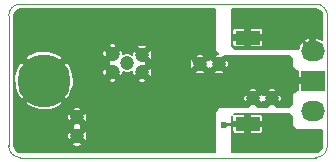
<source format=gbl>
G04 #@! TF.FileFunction,Copper,L2,Bot,Signal*
%FSLAX46Y46*%
G04 Gerber Fmt 4.6, Leading zero omitted, Abs format (unit mm)*
G04 Created by KiCad (PCBNEW (2015-07-01 BZR 5850)-product) date Thu Aug 27 19:34:36 2015*
%MOMM*%
G01*
G04 APERTURE LIST*
%ADD10C,0.050000*%
%ADD11C,0.100000*%
%ADD12C,1.200000*%
%ADD13O,2.032000X1.727200*%
%ADD14R,2.032000X1.727200*%
%ADD15R,2.150000X1.150000*%
%ADD16C,4.500000*%
%ADD17C,0.600000*%
%ADD18C,0.250000*%
%ADD19C,0.200000*%
G04 APERTURE END LIST*
D10*
D11*
X28000000Y-37000000D02*
X28000000Y-26000000D01*
X54000000Y-38000000D02*
X29000000Y-38000000D01*
X55000000Y-26000000D02*
X55000000Y-37000000D01*
X29000000Y-25000000D02*
X54000000Y-25000000D01*
X55000000Y-26000000D02*
G75*
G03X54000000Y-25000000I-1000000J0D01*
G01*
X54000000Y-38000000D02*
G75*
G03X55000000Y-37000000I0J1000000D01*
G01*
X28000000Y-37000000D02*
G75*
G03X29000000Y-38000000I1000000J0D01*
G01*
X29000000Y-25000000D02*
G75*
G03X28000000Y-26000000I0J-1000000D01*
G01*
D12*
X33800000Y-34600000D03*
X50300000Y-33000000D03*
X48700000Y-33000000D03*
X36800000Y-29200000D03*
X39300000Y-30800000D03*
X33800000Y-36200000D03*
X39300000Y-29300000D03*
X36800000Y-30800000D03*
X45800000Y-30100000D03*
X44200000Y-30100000D03*
D13*
X53750000Y-34040000D03*
D14*
X53750000Y-31500000D03*
D13*
X53750000Y-28960000D03*
D15*
X48250000Y-35150000D03*
X48250000Y-27850000D03*
D12*
X38000000Y-30000000D03*
D16*
X31000000Y-31500000D03*
D17*
X46250000Y-35250000D03*
D18*
X48250000Y-27850000D02*
X52640000Y-27850000D01*
X52640000Y-27850000D02*
X53750000Y-28960000D01*
X46350000Y-35150000D02*
X48250000Y-35150000D01*
X46250000Y-35250000D02*
X46350000Y-35150000D01*
D19*
G36*
X45500000Y-29000000D02*
X45507612Y-29038269D01*
X45529289Y-29070711D01*
X45710035Y-29251457D01*
X45470548Y-29298410D01*
X45466148Y-29300233D01*
X45390667Y-29407824D01*
X45800000Y-29817157D01*
X46209333Y-29407824D01*
X46203844Y-29400000D01*
X51758578Y-29400000D01*
X52000000Y-29641422D01*
X52000000Y-30300000D01*
X52007612Y-30338269D01*
X52029289Y-30370711D01*
X52329289Y-30670711D01*
X52361731Y-30692388D01*
X52361732Y-30692388D01*
X52400000Y-30700000D01*
X52484000Y-30700000D01*
X52484000Y-31237500D01*
X52546500Y-31300000D01*
X53550000Y-31300000D01*
X53550000Y-31280000D01*
X53950000Y-31280000D01*
X53950000Y-31300000D01*
X53970000Y-31300000D01*
X53970000Y-31700000D01*
X53950000Y-31700000D01*
X53950000Y-31720000D01*
X53550000Y-31720000D01*
X53550000Y-31700000D01*
X52546500Y-31700000D01*
X52484000Y-31762500D01*
X52484000Y-32300000D01*
X52400000Y-32300000D01*
X52361731Y-32307612D01*
X52329289Y-32329289D01*
X52029289Y-32629289D01*
X52007612Y-32661731D01*
X52000000Y-32700000D01*
X52000000Y-33458578D01*
X51758578Y-33700000D01*
X50703844Y-33700000D01*
X50709333Y-33692176D01*
X50426490Y-33409333D01*
X50992176Y-33409333D01*
X51099767Y-33333852D01*
X51166648Y-33002382D01*
X51101590Y-32670548D01*
X51099767Y-32666148D01*
X50992176Y-32590667D01*
X50582843Y-33000000D01*
X50017157Y-33000000D01*
X50017157Y-33000000D01*
X49607824Y-32590667D01*
X49500233Y-32666148D01*
X49500080Y-32666904D01*
X49499767Y-32666148D01*
X49392176Y-32590667D01*
X48982843Y-33000000D01*
X49392176Y-33409333D01*
X49499767Y-33333852D01*
X49499920Y-33333096D01*
X49500233Y-33333852D01*
X49607824Y-33409333D01*
X50017157Y-33000000D01*
X50582843Y-33000000D01*
X50017157Y-33000000D01*
X50017157Y-33000000D01*
X50582843Y-33000000D01*
X50992176Y-33409333D01*
X50426490Y-33409333D01*
X50300000Y-33282843D01*
X49890667Y-33692176D01*
X49896156Y-33700000D01*
X49103844Y-33700000D01*
X49109333Y-33692176D01*
X48700000Y-33282843D01*
X48290667Y-33692176D01*
X48296156Y-33700000D01*
X45900000Y-33700000D01*
X45861731Y-33707612D01*
X45829289Y-33729289D01*
X45529289Y-34029289D01*
X45507612Y-34061731D01*
X45500000Y-34100000D01*
X45500000Y-37550000D01*
X29044318Y-37550000D01*
X28792899Y-37499990D01*
X28617325Y-37382676D01*
X28500010Y-37207102D01*
X28450000Y-36955682D01*
X28450000Y-36892176D01*
X33390667Y-36892176D01*
X33466148Y-36999767D01*
X33797618Y-37066648D01*
X34129452Y-37001590D01*
X34133852Y-36999767D01*
X34209333Y-36892176D01*
X33926490Y-36609333D01*
X34492176Y-36609333D01*
X34599767Y-36533852D01*
X34666648Y-36202382D01*
X34601590Y-35870548D01*
X34599767Y-35866148D01*
X34492176Y-35790667D01*
X34082843Y-36200000D01*
X33517157Y-36200000D01*
X33517157Y-36200000D01*
X33107824Y-35790667D01*
X33000233Y-35866148D01*
X32933352Y-36197618D01*
X32998410Y-36529452D01*
X33000233Y-36533852D01*
X33107824Y-36609333D01*
X33517157Y-36200000D01*
X34082843Y-36200000D01*
X33517157Y-36200000D01*
X33517157Y-36200000D01*
X34082843Y-36200000D01*
X34492176Y-36609333D01*
X33926490Y-36609333D01*
X33800000Y-36482843D01*
X33390667Y-36892176D01*
X28450000Y-36892176D01*
X28450000Y-35292176D01*
X33390667Y-35292176D01*
X33466148Y-35399767D01*
X33466904Y-35399920D01*
X33466148Y-35400233D01*
X33390667Y-35507824D01*
X33800000Y-35917157D01*
X34209333Y-35507824D01*
X34133852Y-35400233D01*
X34133096Y-35400080D01*
X34133852Y-35399767D01*
X34209333Y-35292176D01*
X33800000Y-34882843D01*
X33390667Y-35292176D01*
X28450000Y-35292176D01*
X28450000Y-34266148D01*
X33000233Y-34266148D01*
X32933352Y-34597618D01*
X32998410Y-34929452D01*
X33000233Y-34933852D01*
X33107824Y-35009333D01*
X33517157Y-34600000D01*
X34082843Y-34600000D01*
X34492176Y-35009333D01*
X34599767Y-34933852D01*
X34666648Y-34602382D01*
X34601590Y-34270548D01*
X34599767Y-34266148D01*
X34492176Y-34190667D01*
X34082843Y-34600000D01*
X33517157Y-34600000D01*
X33517157Y-34600000D01*
X33234314Y-34317157D01*
X33800000Y-34317157D01*
X34209333Y-33907824D01*
X34133852Y-33800233D01*
X33802382Y-33733352D01*
X33470548Y-33798410D01*
X32029947Y-33798410D01*
X32331830Y-33673366D01*
X32611087Y-33393930D01*
X32546609Y-33329452D01*
X47898410Y-33329452D01*
X47900233Y-33333852D01*
X48007824Y-33409333D01*
X48417157Y-33000000D01*
X48007824Y-32590667D01*
X47900233Y-32666148D01*
X33234488Y-32666148D01*
X33407044Y-32198410D01*
X48370548Y-32198410D01*
X48366148Y-32200233D01*
X48290667Y-32307824D01*
X48700000Y-32717157D01*
X49109333Y-32307824D01*
X49033852Y-32200233D01*
X49024818Y-32198410D01*
X49970548Y-32198410D01*
X49966148Y-32200233D01*
X49890667Y-32307824D01*
X50300000Y-32717157D01*
X50709333Y-32307824D01*
X50633852Y-32200233D01*
X50302382Y-32133352D01*
X49970548Y-32198410D01*
X49024818Y-32198410D01*
X48702382Y-32133352D01*
X48370548Y-32198410D01*
X33407044Y-32198410D01*
X33517598Y-31898740D01*
X33501623Y-31492176D01*
X36390667Y-31492176D01*
X36466148Y-31599767D01*
X36797618Y-31666648D01*
X37129452Y-31601590D01*
X37133852Y-31599767D01*
X37209333Y-31492176D01*
X38890667Y-31492176D01*
X37209333Y-31492176D01*
X37209333Y-31492176D01*
X38890667Y-31492176D01*
X38966148Y-31599767D01*
X39297618Y-31666648D01*
X39629452Y-31601590D01*
X39633852Y-31599767D01*
X39709333Y-31492176D01*
X39300000Y-31082843D01*
X38734314Y-31082843D01*
X39017157Y-30800000D01*
X39017157Y-30800000D01*
X39582843Y-30800000D01*
X39992176Y-31209333D01*
X40099767Y-31133852D01*
X40166648Y-30802382D01*
X40164648Y-30792176D01*
X43790667Y-30792176D01*
X43866148Y-30899767D01*
X44197618Y-30966648D01*
X44529452Y-30901590D01*
X44533852Y-30899767D01*
X44609333Y-30792176D01*
X45390667Y-30792176D01*
X44609333Y-30792176D01*
X44609333Y-30792176D01*
X45390667Y-30792176D01*
X45466148Y-30899767D01*
X45797618Y-30966648D01*
X46129452Y-30901590D01*
X46133852Y-30899767D01*
X46209333Y-30792176D01*
X45800000Y-30382843D01*
X45234314Y-30382843D01*
X45517157Y-30100000D01*
X45517157Y-30100000D01*
X46082843Y-30100000D01*
X46492176Y-30509333D01*
X46599767Y-30433852D01*
X46666648Y-30102382D01*
X46601590Y-29770548D01*
X46599767Y-29766148D01*
X46492176Y-29690667D01*
X46082843Y-30100000D01*
X45517157Y-30100000D01*
X45107824Y-29690667D01*
X45000233Y-29766148D01*
X45000080Y-29766904D01*
X44999767Y-29766148D01*
X44892176Y-29690667D01*
X44482843Y-30100000D01*
X44892176Y-30509333D01*
X44999767Y-30433852D01*
X44999920Y-30433096D01*
X45000233Y-30433852D01*
X45107824Y-30509333D01*
X45234314Y-30382843D01*
X45800000Y-30382843D01*
X45234314Y-30382843D01*
X45234314Y-30382843D01*
X45800000Y-30382843D01*
X45390667Y-30792176D01*
X44609333Y-30792176D01*
X44609333Y-30792176D01*
X44200000Y-30382843D01*
X43790667Y-30792176D01*
X40164648Y-30792176D01*
X40101590Y-30470548D01*
X40099767Y-30466148D01*
X39992176Y-30390667D01*
X39582843Y-30800000D01*
X39017157Y-30800000D01*
X39003015Y-30785858D01*
X39285858Y-30503015D01*
X39300000Y-30517157D01*
X39709333Y-30107824D01*
X39668766Y-30050000D01*
X39709333Y-29992176D01*
X39483305Y-29766148D01*
X43400233Y-29766148D01*
X43333352Y-30097618D01*
X43398410Y-30429452D01*
X43400233Y-30433852D01*
X43507824Y-30509333D01*
X43917157Y-30100000D01*
X43634314Y-29817157D01*
X44200000Y-29817157D01*
X44609333Y-29407824D01*
X44533852Y-29300233D01*
X44202382Y-29233352D01*
X43870548Y-29298410D01*
X40165870Y-29298410D01*
X40101590Y-28970548D01*
X40099767Y-28966148D01*
X39992176Y-28890667D01*
X39582843Y-29300000D01*
X39992176Y-29709333D01*
X40099767Y-29633852D01*
X40166648Y-29302382D01*
X40165870Y-29298410D01*
X43870548Y-29298410D01*
X40165870Y-29298410D01*
X40165870Y-29298410D01*
X43870548Y-29298410D01*
X43866148Y-29300233D01*
X43790667Y-29407824D01*
X44200000Y-29817157D01*
X43634314Y-29817157D01*
X43507824Y-29690667D01*
X43400233Y-29766148D01*
X39483305Y-29766148D01*
X39300000Y-29582843D01*
X39285858Y-29596985D01*
X39003015Y-29314142D01*
X39017157Y-29300000D01*
X38734314Y-29017157D01*
X39300000Y-29017157D01*
X39709333Y-28607824D01*
X39633852Y-28500233D01*
X39302382Y-28433352D01*
X38970548Y-28498410D01*
X37202729Y-28498410D01*
X37133852Y-28400233D01*
X36802382Y-28333352D01*
X36470548Y-28398410D01*
X36466148Y-28400233D01*
X36390667Y-28507824D01*
X36800000Y-28917157D01*
X37209333Y-28507824D01*
X37202729Y-28498410D01*
X38970548Y-28498410D01*
X37202729Y-28498410D01*
X37202729Y-28498410D01*
X38970548Y-28498410D01*
X38966148Y-28500233D01*
X38890667Y-28607824D01*
X39300000Y-29017157D01*
X38734314Y-29017157D01*
X38607824Y-28890667D01*
X38500233Y-28966148D01*
X38436844Y-29280311D01*
X38409332Y-29307823D01*
X38333852Y-29200233D01*
X38002382Y-29133352D01*
X37670548Y-29198410D01*
X37666221Y-29200203D01*
X37601590Y-28870548D01*
X37599767Y-28866148D01*
X37492176Y-28790667D01*
X37082843Y-29200000D01*
X37096985Y-29214142D01*
X36814142Y-29496985D01*
X36800000Y-29482843D01*
X36390667Y-29892176D01*
X36466148Y-29999767D01*
X36466904Y-29999920D01*
X36466148Y-30000233D01*
X36390667Y-30107824D01*
X36800000Y-30517157D01*
X36814142Y-30503015D01*
X37096985Y-30785858D01*
X37082843Y-30800000D01*
X37492176Y-31209333D01*
X37599767Y-31133852D01*
X37666648Y-30802382D01*
X37666130Y-30799742D01*
X37666148Y-30799767D01*
X37997618Y-30866648D01*
X38329452Y-30801590D01*
X38333852Y-30799767D01*
X38409332Y-30692177D01*
X38447022Y-30729867D01*
X38433352Y-30797618D01*
X38498410Y-31129452D01*
X38500233Y-31133852D01*
X38607824Y-31209333D01*
X38734314Y-31082843D01*
X39300000Y-31082843D01*
X38734314Y-31082843D01*
X38734314Y-31082843D01*
X39300000Y-31082843D01*
X38890667Y-31492176D01*
X37209333Y-31492176D01*
X37209333Y-31492176D01*
X36800000Y-31082843D01*
X36390667Y-31492176D01*
X33501623Y-31492176D01*
X33478548Y-30904944D01*
X33296793Y-30466148D01*
X36000233Y-30466148D01*
X35933352Y-30797618D01*
X35998410Y-31129452D01*
X36000233Y-31133852D01*
X36107824Y-31209333D01*
X36517157Y-30800000D01*
X36107824Y-30390667D01*
X36000233Y-30466148D01*
X33296793Y-30466148D01*
X33173366Y-30168170D01*
X32893930Y-29888913D01*
X31282843Y-31500000D01*
X32893930Y-33111087D01*
X33173366Y-32831830D01*
X33234488Y-32666148D01*
X47900233Y-32666148D01*
X33234488Y-32666148D01*
X33234488Y-32666148D01*
X47900233Y-32666148D01*
X47833352Y-32997618D01*
X47898410Y-33329452D01*
X32546609Y-33329452D01*
X31000000Y-31782843D01*
X29388913Y-33393930D01*
X29668170Y-33673366D01*
X30601260Y-34017598D01*
X31595056Y-33978548D01*
X32029947Y-33798410D01*
X33470548Y-33798410D01*
X32029947Y-33798410D01*
X32029947Y-33798410D01*
X33470548Y-33798410D01*
X33466148Y-33800233D01*
X33390667Y-33907824D01*
X33800000Y-34317157D01*
X33234314Y-34317157D01*
X33107824Y-34190667D01*
X33000233Y-34266148D01*
X28450000Y-34266148D01*
X28450000Y-30168170D01*
X28826634Y-30168170D01*
X28482402Y-31101260D01*
X28521452Y-32095056D01*
X28826634Y-32831830D01*
X29106070Y-33111087D01*
X30717157Y-31500000D01*
X29106070Y-29888913D01*
X28826634Y-30168170D01*
X28450000Y-30168170D01*
X28450000Y-29021452D01*
X30404944Y-29021452D01*
X29668170Y-29326634D01*
X29388913Y-29606070D01*
X31000000Y-31217157D01*
X32611087Y-29606070D01*
X32331830Y-29326634D01*
X31398740Y-28982402D01*
X30404944Y-29021452D01*
X28450000Y-29021452D01*
X28450000Y-28866148D01*
X36000233Y-28866148D01*
X35933352Y-29197618D01*
X35998410Y-29529452D01*
X36000233Y-29533852D01*
X36107824Y-29609333D01*
X36517157Y-29200000D01*
X36107824Y-28790667D01*
X36000233Y-28866148D01*
X28450000Y-28866148D01*
X28450000Y-26044318D01*
X28500010Y-25792898D01*
X28617325Y-25617324D01*
X28792899Y-25500010D01*
X29044318Y-25450000D01*
X45500000Y-25450000D01*
X45500000Y-29000000D01*
X45500000Y-29000000D01*
G37*
X45500000Y-29000000D02*
X45507612Y-29038269D01*
X45529289Y-29070711D01*
X45710035Y-29251457D01*
X45470548Y-29298410D01*
X45466148Y-29300233D01*
X45390667Y-29407824D01*
X45800000Y-29817157D01*
X46209333Y-29407824D01*
X46203844Y-29400000D01*
X51758578Y-29400000D01*
X52000000Y-29641422D01*
X52000000Y-30300000D01*
X52007612Y-30338269D01*
X52029289Y-30370711D01*
X52329289Y-30670711D01*
X52361731Y-30692388D01*
X52361732Y-30692388D01*
X52400000Y-30700000D01*
X52484000Y-30700000D01*
X52484000Y-31237500D01*
X52546500Y-31300000D01*
X53550000Y-31300000D01*
X53550000Y-31280000D01*
X53950000Y-31280000D01*
X53950000Y-31300000D01*
X53970000Y-31300000D01*
X53970000Y-31700000D01*
X53950000Y-31700000D01*
X53950000Y-31720000D01*
X53550000Y-31720000D01*
X53550000Y-31700000D01*
X52546500Y-31700000D01*
X52484000Y-31762500D01*
X52484000Y-32300000D01*
X52400000Y-32300000D01*
X52361731Y-32307612D01*
X52329289Y-32329289D01*
X52029289Y-32629289D01*
X52007612Y-32661731D01*
X52000000Y-32700000D01*
X52000000Y-33458578D01*
X51758578Y-33700000D01*
X50703844Y-33700000D01*
X50709333Y-33692176D01*
X50426490Y-33409333D01*
X50992176Y-33409333D01*
X51099767Y-33333852D01*
X51166648Y-33002382D01*
X51101590Y-32670548D01*
X51099767Y-32666148D01*
X50992176Y-32590667D01*
X50582843Y-33000000D01*
X50017157Y-33000000D01*
X50017157Y-33000000D01*
X49607824Y-32590667D01*
X49500233Y-32666148D01*
X49500080Y-32666904D01*
X49499767Y-32666148D01*
X49392176Y-32590667D01*
X48982843Y-33000000D01*
X49392176Y-33409333D01*
X49499767Y-33333852D01*
X49499920Y-33333096D01*
X49500233Y-33333852D01*
X49607824Y-33409333D01*
X50017157Y-33000000D01*
X50582843Y-33000000D01*
X50017157Y-33000000D01*
X50017157Y-33000000D01*
X50582843Y-33000000D01*
X50992176Y-33409333D01*
X50426490Y-33409333D01*
X50300000Y-33282843D01*
X49890667Y-33692176D01*
X49896156Y-33700000D01*
X49103844Y-33700000D01*
X49109333Y-33692176D01*
X48700000Y-33282843D01*
X48290667Y-33692176D01*
X48296156Y-33700000D01*
X45900000Y-33700000D01*
X45861731Y-33707612D01*
X45829289Y-33729289D01*
X45529289Y-34029289D01*
X45507612Y-34061731D01*
X45500000Y-34100000D01*
X45500000Y-37550000D01*
X29044318Y-37550000D01*
X28792899Y-37499990D01*
X28617325Y-37382676D01*
X28500010Y-37207102D01*
X28450000Y-36955682D01*
X28450000Y-36892176D01*
X33390667Y-36892176D01*
X33466148Y-36999767D01*
X33797618Y-37066648D01*
X34129452Y-37001590D01*
X34133852Y-36999767D01*
X34209333Y-36892176D01*
X33926490Y-36609333D01*
X34492176Y-36609333D01*
X34599767Y-36533852D01*
X34666648Y-36202382D01*
X34601590Y-35870548D01*
X34599767Y-35866148D01*
X34492176Y-35790667D01*
X34082843Y-36200000D01*
X33517157Y-36200000D01*
X33517157Y-36200000D01*
X33107824Y-35790667D01*
X33000233Y-35866148D01*
X32933352Y-36197618D01*
X32998410Y-36529452D01*
X33000233Y-36533852D01*
X33107824Y-36609333D01*
X33517157Y-36200000D01*
X34082843Y-36200000D01*
X33517157Y-36200000D01*
X33517157Y-36200000D01*
X34082843Y-36200000D01*
X34492176Y-36609333D01*
X33926490Y-36609333D01*
X33800000Y-36482843D01*
X33390667Y-36892176D01*
X28450000Y-36892176D01*
X28450000Y-35292176D01*
X33390667Y-35292176D01*
X33466148Y-35399767D01*
X33466904Y-35399920D01*
X33466148Y-35400233D01*
X33390667Y-35507824D01*
X33800000Y-35917157D01*
X34209333Y-35507824D01*
X34133852Y-35400233D01*
X34133096Y-35400080D01*
X34133852Y-35399767D01*
X34209333Y-35292176D01*
X33800000Y-34882843D01*
X33390667Y-35292176D01*
X28450000Y-35292176D01*
X28450000Y-34266148D01*
X33000233Y-34266148D01*
X32933352Y-34597618D01*
X32998410Y-34929452D01*
X33000233Y-34933852D01*
X33107824Y-35009333D01*
X33517157Y-34600000D01*
X34082843Y-34600000D01*
X34492176Y-35009333D01*
X34599767Y-34933852D01*
X34666648Y-34602382D01*
X34601590Y-34270548D01*
X34599767Y-34266148D01*
X34492176Y-34190667D01*
X34082843Y-34600000D01*
X33517157Y-34600000D01*
X33517157Y-34600000D01*
X33234314Y-34317157D01*
X33800000Y-34317157D01*
X34209333Y-33907824D01*
X34133852Y-33800233D01*
X33802382Y-33733352D01*
X33470548Y-33798410D01*
X32029947Y-33798410D01*
X32331830Y-33673366D01*
X32611087Y-33393930D01*
X32546609Y-33329452D01*
X47898410Y-33329452D01*
X47900233Y-33333852D01*
X48007824Y-33409333D01*
X48417157Y-33000000D01*
X48007824Y-32590667D01*
X47900233Y-32666148D01*
X33234488Y-32666148D01*
X33407044Y-32198410D01*
X48370548Y-32198410D01*
X48366148Y-32200233D01*
X48290667Y-32307824D01*
X48700000Y-32717157D01*
X49109333Y-32307824D01*
X49033852Y-32200233D01*
X49024818Y-32198410D01*
X49970548Y-32198410D01*
X49966148Y-32200233D01*
X49890667Y-32307824D01*
X50300000Y-32717157D01*
X50709333Y-32307824D01*
X50633852Y-32200233D01*
X50302382Y-32133352D01*
X49970548Y-32198410D01*
X49024818Y-32198410D01*
X48702382Y-32133352D01*
X48370548Y-32198410D01*
X33407044Y-32198410D01*
X33517598Y-31898740D01*
X33501623Y-31492176D01*
X36390667Y-31492176D01*
X36466148Y-31599767D01*
X36797618Y-31666648D01*
X37129452Y-31601590D01*
X37133852Y-31599767D01*
X37209333Y-31492176D01*
X38890667Y-31492176D01*
X37209333Y-31492176D01*
X37209333Y-31492176D01*
X38890667Y-31492176D01*
X38966148Y-31599767D01*
X39297618Y-31666648D01*
X39629452Y-31601590D01*
X39633852Y-31599767D01*
X39709333Y-31492176D01*
X39300000Y-31082843D01*
X38734314Y-31082843D01*
X39017157Y-30800000D01*
X39017157Y-30800000D01*
X39582843Y-30800000D01*
X39992176Y-31209333D01*
X40099767Y-31133852D01*
X40166648Y-30802382D01*
X40164648Y-30792176D01*
X43790667Y-30792176D01*
X43866148Y-30899767D01*
X44197618Y-30966648D01*
X44529452Y-30901590D01*
X44533852Y-30899767D01*
X44609333Y-30792176D01*
X45390667Y-30792176D01*
X44609333Y-30792176D01*
X44609333Y-30792176D01*
X45390667Y-30792176D01*
X45466148Y-30899767D01*
X45797618Y-30966648D01*
X46129452Y-30901590D01*
X46133852Y-30899767D01*
X46209333Y-30792176D01*
X45800000Y-30382843D01*
X45234314Y-30382843D01*
X45517157Y-30100000D01*
X45517157Y-30100000D01*
X46082843Y-30100000D01*
X46492176Y-30509333D01*
X46599767Y-30433852D01*
X46666648Y-30102382D01*
X46601590Y-29770548D01*
X46599767Y-29766148D01*
X46492176Y-29690667D01*
X46082843Y-30100000D01*
X45517157Y-30100000D01*
X45107824Y-29690667D01*
X45000233Y-29766148D01*
X45000080Y-29766904D01*
X44999767Y-29766148D01*
X44892176Y-29690667D01*
X44482843Y-30100000D01*
X44892176Y-30509333D01*
X44999767Y-30433852D01*
X44999920Y-30433096D01*
X45000233Y-30433852D01*
X45107824Y-30509333D01*
X45234314Y-30382843D01*
X45800000Y-30382843D01*
X45234314Y-30382843D01*
X45234314Y-30382843D01*
X45800000Y-30382843D01*
X45390667Y-30792176D01*
X44609333Y-30792176D01*
X44609333Y-30792176D01*
X44200000Y-30382843D01*
X43790667Y-30792176D01*
X40164648Y-30792176D01*
X40101590Y-30470548D01*
X40099767Y-30466148D01*
X39992176Y-30390667D01*
X39582843Y-30800000D01*
X39017157Y-30800000D01*
X39003015Y-30785858D01*
X39285858Y-30503015D01*
X39300000Y-30517157D01*
X39709333Y-30107824D01*
X39668766Y-30050000D01*
X39709333Y-29992176D01*
X39483305Y-29766148D01*
X43400233Y-29766148D01*
X43333352Y-30097618D01*
X43398410Y-30429452D01*
X43400233Y-30433852D01*
X43507824Y-30509333D01*
X43917157Y-30100000D01*
X43634314Y-29817157D01*
X44200000Y-29817157D01*
X44609333Y-29407824D01*
X44533852Y-29300233D01*
X44202382Y-29233352D01*
X43870548Y-29298410D01*
X40165870Y-29298410D01*
X40101590Y-28970548D01*
X40099767Y-28966148D01*
X39992176Y-28890667D01*
X39582843Y-29300000D01*
X39992176Y-29709333D01*
X40099767Y-29633852D01*
X40166648Y-29302382D01*
X40165870Y-29298410D01*
X43870548Y-29298410D01*
X40165870Y-29298410D01*
X40165870Y-29298410D01*
X43870548Y-29298410D01*
X43866148Y-29300233D01*
X43790667Y-29407824D01*
X44200000Y-29817157D01*
X43634314Y-29817157D01*
X43507824Y-29690667D01*
X43400233Y-29766148D01*
X39483305Y-29766148D01*
X39300000Y-29582843D01*
X39285858Y-29596985D01*
X39003015Y-29314142D01*
X39017157Y-29300000D01*
X38734314Y-29017157D01*
X39300000Y-29017157D01*
X39709333Y-28607824D01*
X39633852Y-28500233D01*
X39302382Y-28433352D01*
X38970548Y-28498410D01*
X37202729Y-28498410D01*
X37133852Y-28400233D01*
X36802382Y-28333352D01*
X36470548Y-28398410D01*
X36466148Y-28400233D01*
X36390667Y-28507824D01*
X36800000Y-28917157D01*
X37209333Y-28507824D01*
X37202729Y-28498410D01*
X38970548Y-28498410D01*
X37202729Y-28498410D01*
X37202729Y-28498410D01*
X38970548Y-28498410D01*
X38966148Y-28500233D01*
X38890667Y-28607824D01*
X39300000Y-29017157D01*
X38734314Y-29017157D01*
X38607824Y-28890667D01*
X38500233Y-28966148D01*
X38436844Y-29280311D01*
X38409332Y-29307823D01*
X38333852Y-29200233D01*
X38002382Y-29133352D01*
X37670548Y-29198410D01*
X37666221Y-29200203D01*
X37601590Y-28870548D01*
X37599767Y-28866148D01*
X37492176Y-28790667D01*
X37082843Y-29200000D01*
X37096985Y-29214142D01*
X36814142Y-29496985D01*
X36800000Y-29482843D01*
X36390667Y-29892176D01*
X36466148Y-29999767D01*
X36466904Y-29999920D01*
X36466148Y-30000233D01*
X36390667Y-30107824D01*
X36800000Y-30517157D01*
X36814142Y-30503015D01*
X37096985Y-30785858D01*
X37082843Y-30800000D01*
X37492176Y-31209333D01*
X37599767Y-31133852D01*
X37666648Y-30802382D01*
X37666130Y-30799742D01*
X37666148Y-30799767D01*
X37997618Y-30866648D01*
X38329452Y-30801590D01*
X38333852Y-30799767D01*
X38409332Y-30692177D01*
X38447022Y-30729867D01*
X38433352Y-30797618D01*
X38498410Y-31129452D01*
X38500233Y-31133852D01*
X38607824Y-31209333D01*
X38734314Y-31082843D01*
X39300000Y-31082843D01*
X38734314Y-31082843D01*
X38734314Y-31082843D01*
X39300000Y-31082843D01*
X38890667Y-31492176D01*
X37209333Y-31492176D01*
X37209333Y-31492176D01*
X36800000Y-31082843D01*
X36390667Y-31492176D01*
X33501623Y-31492176D01*
X33478548Y-30904944D01*
X33296793Y-30466148D01*
X36000233Y-30466148D01*
X35933352Y-30797618D01*
X35998410Y-31129452D01*
X36000233Y-31133852D01*
X36107824Y-31209333D01*
X36517157Y-30800000D01*
X36107824Y-30390667D01*
X36000233Y-30466148D01*
X33296793Y-30466148D01*
X33173366Y-30168170D01*
X32893930Y-29888913D01*
X31282843Y-31500000D01*
X32893930Y-33111087D01*
X33173366Y-32831830D01*
X33234488Y-32666148D01*
X47900233Y-32666148D01*
X33234488Y-32666148D01*
X33234488Y-32666148D01*
X47900233Y-32666148D01*
X47833352Y-32997618D01*
X47898410Y-33329452D01*
X32546609Y-33329452D01*
X31000000Y-31782843D01*
X29388913Y-33393930D01*
X29668170Y-33673366D01*
X30601260Y-34017598D01*
X31595056Y-33978548D01*
X32029947Y-33798410D01*
X33470548Y-33798410D01*
X32029947Y-33798410D01*
X32029947Y-33798410D01*
X33470548Y-33798410D01*
X33466148Y-33800233D01*
X33390667Y-33907824D01*
X33800000Y-34317157D01*
X33234314Y-34317157D01*
X33107824Y-34190667D01*
X33000233Y-34266148D01*
X28450000Y-34266148D01*
X28450000Y-30168170D01*
X28826634Y-30168170D01*
X28482402Y-31101260D01*
X28521452Y-32095056D01*
X28826634Y-32831830D01*
X29106070Y-33111087D01*
X30717157Y-31500000D01*
X29106070Y-29888913D01*
X28826634Y-30168170D01*
X28450000Y-30168170D01*
X28450000Y-29021452D01*
X30404944Y-29021452D01*
X29668170Y-29326634D01*
X29388913Y-29606070D01*
X31000000Y-31217157D01*
X32611087Y-29606070D01*
X32331830Y-29326634D01*
X31398740Y-28982402D01*
X30404944Y-29021452D01*
X28450000Y-29021452D01*
X28450000Y-28866148D01*
X36000233Y-28866148D01*
X35933352Y-29197618D01*
X35998410Y-29529452D01*
X36000233Y-29533852D01*
X36107824Y-29609333D01*
X36517157Y-29200000D01*
X36107824Y-28790667D01*
X36000233Y-28866148D01*
X28450000Y-28866148D01*
X28450000Y-26044318D01*
X28500010Y-25792898D01*
X28617325Y-25617324D01*
X28792899Y-25500010D01*
X29044318Y-25450000D01*
X45500000Y-25450000D01*
X45500000Y-29000000D01*
G36*
X38296985Y-29985858D02*
X38282843Y-30000000D01*
X38296985Y-30014142D01*
X38014142Y-30296985D01*
X38000000Y-30282843D01*
X37985858Y-30296985D01*
X37703015Y-30014142D01*
X37717157Y-30000000D01*
X37703015Y-29985858D01*
X37985858Y-29703015D01*
X38000000Y-29717157D01*
X38014142Y-29703015D01*
X38296985Y-29985858D01*
X38296985Y-29985858D01*
G37*
X38296985Y-29985858D02*
X38282843Y-30000000D01*
X38296985Y-30014142D01*
X38014142Y-30296985D01*
X38000000Y-30282843D01*
X37985858Y-30296985D01*
X37703015Y-30014142D01*
X37717157Y-30000000D01*
X37703015Y-29985858D01*
X37985858Y-29703015D01*
X38000000Y-29717157D01*
X38014142Y-29703015D01*
X38296985Y-29985858D01*
G36*
X54207102Y-25500010D02*
X54382676Y-25617325D01*
X54499990Y-25792899D01*
X54550000Y-26044318D01*
X54550000Y-28066612D01*
X54522605Y-28039018D01*
X54122950Y-27871782D01*
X53950000Y-27913178D01*
X53950000Y-28760000D01*
X53970000Y-28760000D01*
X53970000Y-28800000D01*
X53530000Y-28800000D01*
X53530000Y-28760000D01*
X53550000Y-28760000D01*
X53550000Y-27913178D01*
X53377050Y-27871782D01*
X52977395Y-28039018D01*
X52672161Y-28346466D01*
X52546881Y-28591089D01*
X52565703Y-28759998D01*
X52484000Y-28759998D01*
X52484000Y-28800000D01*
X47141422Y-28800000D01*
X46900000Y-28558578D01*
X46900000Y-28050000D01*
X46987500Y-28050000D01*
X46925000Y-28112500D01*
X46925000Y-28474728D01*
X46963060Y-28566614D01*
X47033386Y-28636940D01*
X47125272Y-28675000D01*
X47987500Y-28675000D01*
X48050000Y-28612500D01*
X48050000Y-28050000D01*
X48450000Y-28050000D01*
X48050000Y-28050000D01*
X48050000Y-28050000D01*
X48450000Y-28050000D01*
X48450000Y-28612500D01*
X48512500Y-28675000D01*
X49374728Y-28675000D01*
X49466614Y-28636940D01*
X49536940Y-28566614D01*
X49575000Y-28474728D01*
X49575000Y-28112500D01*
X49512500Y-28050000D01*
X48450000Y-28050000D01*
X48050000Y-28050000D01*
X48050000Y-28050000D01*
X46987500Y-28050000D01*
X46900000Y-28050000D01*
X46900000Y-27025000D01*
X47125272Y-27025000D01*
X47033386Y-27063060D01*
X46963060Y-27133386D01*
X46925000Y-27225272D01*
X46925000Y-27587500D01*
X46987500Y-27650000D01*
X48050000Y-27650000D01*
X48050000Y-27087500D01*
X47987500Y-27025000D01*
X48512500Y-27025000D01*
X48450000Y-27087500D01*
X48450000Y-27650000D01*
X49512500Y-27650000D01*
X49575000Y-27587500D01*
X49575000Y-27225272D01*
X49536940Y-27133386D01*
X49466614Y-27063060D01*
X49374728Y-27025000D01*
X48512500Y-27025000D01*
X47987500Y-27025000D01*
X47987500Y-27025000D01*
X47125272Y-27025000D01*
X46900000Y-27025000D01*
X46900000Y-25450000D01*
X53955682Y-25450000D01*
X54207102Y-25500010D01*
X54207102Y-25500010D01*
G37*
X54207102Y-25500010D02*
X54382676Y-25617325D01*
X54499990Y-25792899D01*
X54550000Y-26044318D01*
X54550000Y-28066612D01*
X54522605Y-28039018D01*
X54122950Y-27871782D01*
X53950000Y-27913178D01*
X53950000Y-28760000D01*
X53970000Y-28760000D01*
X53970000Y-28800000D01*
X53530000Y-28800000D01*
X53530000Y-28760000D01*
X53550000Y-28760000D01*
X53550000Y-27913178D01*
X53377050Y-27871782D01*
X52977395Y-28039018D01*
X52672161Y-28346466D01*
X52546881Y-28591089D01*
X52565703Y-28759998D01*
X52484000Y-28759998D01*
X52484000Y-28800000D01*
X47141422Y-28800000D01*
X46900000Y-28558578D01*
X46900000Y-28050000D01*
X46987500Y-28050000D01*
X46925000Y-28112500D01*
X46925000Y-28474728D01*
X46963060Y-28566614D01*
X47033386Y-28636940D01*
X47125272Y-28675000D01*
X47987500Y-28675000D01*
X48050000Y-28612500D01*
X48050000Y-28050000D01*
X48450000Y-28050000D01*
X48050000Y-28050000D01*
X48050000Y-28050000D01*
X48450000Y-28050000D01*
X48450000Y-28612500D01*
X48512500Y-28675000D01*
X49374728Y-28675000D01*
X49466614Y-28636940D01*
X49536940Y-28566614D01*
X49575000Y-28474728D01*
X49575000Y-28112500D01*
X49512500Y-28050000D01*
X48450000Y-28050000D01*
X48050000Y-28050000D01*
X48050000Y-28050000D01*
X46987500Y-28050000D01*
X46900000Y-28050000D01*
X46900000Y-27025000D01*
X47125272Y-27025000D01*
X47033386Y-27063060D01*
X46963060Y-27133386D01*
X46925000Y-27225272D01*
X46925000Y-27587500D01*
X46987500Y-27650000D01*
X48050000Y-27650000D01*
X48050000Y-27087500D01*
X47987500Y-27025000D01*
X48512500Y-27025000D01*
X48450000Y-27087500D01*
X48450000Y-27650000D01*
X49512500Y-27650000D01*
X49575000Y-27587500D01*
X49575000Y-27225272D01*
X49536940Y-27133386D01*
X49466614Y-27063060D01*
X49374728Y-27025000D01*
X48512500Y-27025000D01*
X47987500Y-27025000D01*
X47987500Y-27025000D01*
X47125272Y-27025000D01*
X46900000Y-27025000D01*
X46900000Y-25450000D01*
X53955682Y-25450000D01*
X54207102Y-25500010D01*
G36*
X52000000Y-34541422D02*
X52000000Y-35300000D01*
X52007612Y-35338269D01*
X52029289Y-35370711D01*
X52329289Y-35670711D01*
X52361731Y-35692388D01*
X52361732Y-35692388D01*
X52400000Y-35700000D01*
X54550000Y-35700000D01*
X54550000Y-36955682D01*
X54499990Y-37207101D01*
X54382676Y-37382675D01*
X54207102Y-37499990D01*
X53955682Y-37550000D01*
X46900000Y-37550000D01*
X46900000Y-35350000D01*
X46987500Y-35350000D01*
X46925000Y-35412500D01*
X46925000Y-35774728D01*
X46963060Y-35866614D01*
X47033386Y-35936940D01*
X47125272Y-35975000D01*
X47987500Y-35975000D01*
X48050000Y-35912500D01*
X48050000Y-35350000D01*
X48450000Y-35350000D01*
X48050000Y-35350000D01*
X48050000Y-35350000D01*
X48450000Y-35350000D01*
X48450000Y-35912500D01*
X48512500Y-35975000D01*
X49374728Y-35975000D01*
X49466614Y-35936940D01*
X49536940Y-35866614D01*
X49575000Y-35774728D01*
X49575000Y-35412500D01*
X49512500Y-35350000D01*
X48450000Y-35350000D01*
X48050000Y-35350000D01*
X48050000Y-35350000D01*
X46987500Y-35350000D01*
X46900000Y-35350000D01*
X46900000Y-34541422D01*
X46931258Y-34510164D01*
X46925000Y-34525272D01*
X46925000Y-34887500D01*
X46987500Y-34950000D01*
X48050000Y-34950000D01*
X48050000Y-34387500D01*
X47987500Y-34325000D01*
X48512500Y-34325000D01*
X48450000Y-34387500D01*
X48450000Y-34950000D01*
X49512500Y-34950000D01*
X49575000Y-34887500D01*
X49575000Y-34525272D01*
X49536940Y-34433386D01*
X49466614Y-34363060D01*
X49374728Y-34325000D01*
X48512500Y-34325000D01*
X47987500Y-34325000D01*
X47987500Y-34325000D01*
X47125272Y-34325000D01*
X47110164Y-34331258D01*
X47141422Y-34300000D01*
X51758578Y-34300000D01*
X52000000Y-34541422D01*
X52000000Y-34541422D01*
G37*
X52000000Y-34541422D02*
X52000000Y-35300000D01*
X52007612Y-35338269D01*
X52029289Y-35370711D01*
X52329289Y-35670711D01*
X52361731Y-35692388D01*
X52361732Y-35692388D01*
X52400000Y-35700000D01*
X54550000Y-35700000D01*
X54550000Y-36955682D01*
X54499990Y-37207101D01*
X54382676Y-37382675D01*
X54207102Y-37499990D01*
X53955682Y-37550000D01*
X46900000Y-37550000D01*
X46900000Y-35350000D01*
X46987500Y-35350000D01*
X46925000Y-35412500D01*
X46925000Y-35774728D01*
X46963060Y-35866614D01*
X47033386Y-35936940D01*
X47125272Y-35975000D01*
X47987500Y-35975000D01*
X48050000Y-35912500D01*
X48050000Y-35350000D01*
X48450000Y-35350000D01*
X48050000Y-35350000D01*
X48050000Y-35350000D01*
X48450000Y-35350000D01*
X48450000Y-35912500D01*
X48512500Y-35975000D01*
X49374728Y-35975000D01*
X49466614Y-35936940D01*
X49536940Y-35866614D01*
X49575000Y-35774728D01*
X49575000Y-35412500D01*
X49512500Y-35350000D01*
X48450000Y-35350000D01*
X48050000Y-35350000D01*
X48050000Y-35350000D01*
X46987500Y-35350000D01*
X46900000Y-35350000D01*
X46900000Y-34541422D01*
X46931258Y-34510164D01*
X46925000Y-34525272D01*
X46925000Y-34887500D01*
X46987500Y-34950000D01*
X48050000Y-34950000D01*
X48050000Y-34387500D01*
X47987500Y-34325000D01*
X48512500Y-34325000D01*
X48450000Y-34387500D01*
X48450000Y-34950000D01*
X49512500Y-34950000D01*
X49575000Y-34887500D01*
X49575000Y-34525272D01*
X49536940Y-34433386D01*
X49466614Y-34363060D01*
X49374728Y-34325000D01*
X48512500Y-34325000D01*
X47987500Y-34325000D01*
X47987500Y-34325000D01*
X47125272Y-34325000D01*
X47110164Y-34331258D01*
X47141422Y-34300000D01*
X51758578Y-34300000D01*
X52000000Y-34541422D01*
M02*

</source>
